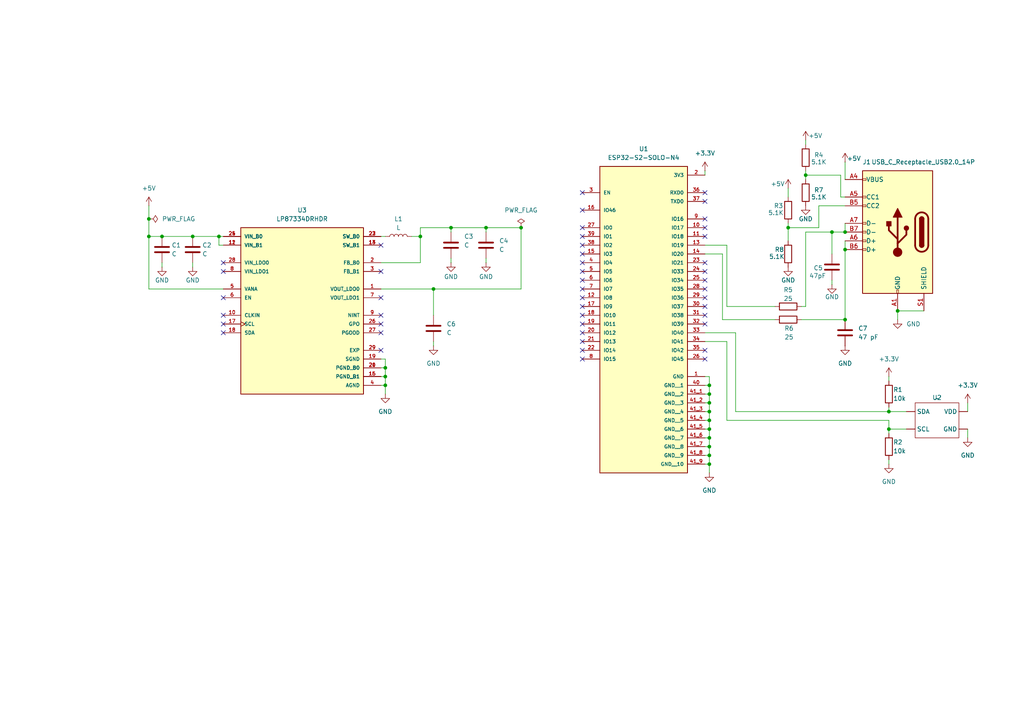
<source format=kicad_sch>
(kicad_sch (version 20231120) (generator "eeschema") (generator_version "8.0")
  (paper "A4")
  (lib_symbols
    (symbol "Connector:USB_C_Receptacle_USB2.0_14P" (pin_names (offset 1.016))
      (property "Reference" "J" (at 0 22.225 0))
      (property "Value" "USB_C_Receptacle_USB2.0_14P" (at 0 19.685 0))
      (symbol "USB_C_Receptacle_USB2.0_14P_0_0"
        (rectangle (start -0.254 -17.78) (end 0.254 -16.764))
        (rectangle (start 10.16 -4.826) (end 9.144 -5.334))
        (rectangle (start 10.16 -2.286) (end 9.144 -2.794))
        (rectangle (start 10.16 0.254) (end 9.144 -0.254))
        (rectangle (start 10.16 2.794) (end 9.144 2.286))
        (rectangle (start 10.16 7.874) (end 9.144 7.366))
        (rectangle (start 10.16 10.414) (end 9.144 9.906))
        (rectangle (start 10.16 15.494) (end 9.144 14.986))
      )
      (symbol "USB_C_Receptacle_USB2.0_14P_0_1"
        (rectangle (start -10.16 17.78) (end 10.16 -17.78) (stroke (width 0.254)) (fill (type background)))
        (arc (start -8.89 -3.81) (mid -6.985 -5.7067) (end -5.08 -3.81) (stroke (width 0.508)))
        (arc (start -7.62 -3.81) (mid -6.985 -4.4423) (end -6.35 -3.81) (stroke (width 0.254)))
        (arc (start -7.62 -3.81) (mid -6.985 -4.4423) (end -6.35 -3.81) (stroke (width 0.254)) (fill (type outline)))
        (rectangle (start -7.62 -3.81) (end -6.35 3.81) (stroke (width 0.254)) (fill (type outline)))
        (arc (start -6.35 3.81) (mid -6.985 4.4423) (end -7.62 3.81) (stroke (width 0.254)))
        (arc (start -6.35 3.81) (mid -6.985 4.4423) (end -7.62 3.81) (stroke (width 0.254)) (fill (type outline)))
        (arc (start -5.08 3.81) (mid -6.985 5.7067) (end -8.89 3.81) (stroke (width 0.508)))
        (circle (center -2.54 1.143) (radius 0.635) (stroke (width 0.254)) (fill (type outline)))
        (circle (center 0 -5.842) (radius 1.27) (fill (type outline)))
        (polyline (pts (xy -8.89 -3.81) (xy -8.89 3.81)) (stroke (width 0.508)))
        (polyline (pts (xy -5.08 3.81) (xy -5.08 -3.81)) (stroke (width 0.508)))
        (polyline (pts (xy 0 -5.842) (xy 0 4.318)) (stroke (width 0.508)))
        (polyline (pts (xy 0 -3.302) (xy -2.54 -0.762) (xy -2.54 0.508)) (stroke (width 0.508)))
        (polyline (pts (xy 0 -2.032) (xy 2.54 0.508) (xy 2.54 1.778)) (stroke (width 0.508)))
        (polyline (pts (xy -1.27 4.318) (xy 0 6.858) (xy 1.27 4.318) (xy -1.27 4.318)) (stroke (width 0.254)) (fill (type outline)))
        (rectangle (start 1.905 1.778) (end 3.175 3.048) (stroke (width 0.254)) (fill (type outline)))
      )
      (symbol "USB_C_Receptacle_USB2.0_14P_1_1"
        (pin passive line (at 0 -22.86 90) (length 5.08) (name "GND") (number "A1"))
        (pin passive line (at 0 -22.86 90) (length 5.08) hide (name "GND") (number "A12"))
        (pin passive line (at 15.24 15.24 180) (length 5.08) (name "VBUS") (number "A4"))
        (pin bidirectional line (at 15.24 10.16 180) (length 5.08) (name "CC1") (number "A5"))
        (pin bidirectional line (at 15.24 -2.54 180) (length 5.08) (name "D+") (number "A6"))
        (pin bidirectional line (at 15.24 2.54 180) (length 5.08) (name "D-") (number "A7"))
        (pin passive line (at 15.24 15.24 180) (length 5.08) hide (name "VBUS") (number "A9"))
        (pin passive line (at 0 -22.86 90) (length 5.08) hide (name "GND") (number "B1"))
        (pin passive line (at 0 -22.86 90) (length 5.08) hide (name "GND") (number "B12"))
        (pin passive line (at 15.24 15.24 180) (length 5.08) hide (name "VBUS") (number "B4"))
        (pin bidirectional line (at 15.24 7.62 180) (length 5.08) (name "CC2") (number "B5"))
        (pin bidirectional line (at 15.24 -5.08 180) (length 5.08) (name "D+") (number "B6"))
        (pin bidirectional line (at 15.24 0 180) (length 5.08) (name "D-") (number "B7"))
        (pin passive line (at 15.24 15.24 180) (length 5.08) hide (name "VBUS") (number "B9"))
        (pin passive line (at -7.62 -22.86 90) (length 5.08) (name "SHIELD") (number "S1"))
      )
    )
    (symbol "Device:C" (pin_numbers hide) (pin_names (offset 0.254))
      (property "Reference" "C" (at 0.635 2.54 0))
      (property "Value" "C" (at 0.635 -2.54 0))
      (symbol "C_0_1"
        (polyline (pts (xy -2.032 -0.762) (xy 2.032 -0.762)) (stroke (width 0.508)))
        (polyline (pts (xy -2.032 0.762) (xy 2.032 0.762)) (stroke (width 0.508)))
      )
      (symbol "C_1_1"
        (pin passive line (at 0 3.81 270) (length 2.794) (name "~") (number "1"))
        (pin passive line (at 0 -3.81 90) (length 2.794) (name "~") (number "2"))
      )
    )
    (symbol "Device:L" (pin_numbers hide) (pin_names (offset 1.016) hide)
      (property "Reference" "L" (at -1.27 0 90))
      (property "Value" "L" (at 1.905 0 90))
      (symbol "L_0_1"
        (arc (start 0 -2.54) (mid 0.6323 -1.905) (end 0 -1.27))
        (arc (start 0 -1.27) (mid 0.6323 -0.635) (end 0 0))
        (arc (start 0 0) (mid 0.6323 0.635) (end 0 1.27))
        (arc (start 0 1.27) (mid 0.6323 1.905) (end 0 2.54))
      )
      (symbol "L_1_1"
        (pin passive line (at 0 3.81 270) (length 1.27) (name "1") (number "1"))
        (pin passive line (at 0 -3.81 90) (length 1.27) (name "2") (number "2"))
      )
    )
    (symbol "Device:R" (pin_numbers hide) (pin_names (offset 0))
      (property "Reference" "R" (at 2.032 0 90))
      (property "Value" "R" (at 0 0 90))
      (symbol "R_0_1"
        (rectangle (start -1.016 -2.54) (end 1.016 2.54) (stroke (width 0.254)))
      )
      (symbol "R_1_1"
        (pin passive line (at 0 3.81 270) (length 1.27) (name "~") (number "1"))
        (pin passive line (at 0 -3.81 90) (length 1.27) (name "~") (number "2"))
      )
    )
    (symbol "ESP32-S2-SOLO-N4:ESP32-S2-SOLO-N4" (pin_names (offset 1.016))
      (property "Reference" "U" (at -12.7 33.782 0))
      (property "Value" "ESP32-S2-SOLO-N4" (at -12.7 -58.42 0))
      (symbol "ESP32-S2-SOLO-N4_0_0"
        (rectangle (start -12.7 -55.88) (end 12.7 33.02) (stroke (width 0.254)) (fill (type background)))
        (pin power_in line (at 17.78 -27.94 180) (length 5.08) (name "GND") (number "1"))
        (pin bidirectional line (at 17.78 15.24 180) (length 5.08) (name "IO17") (number "10"))
        (pin bidirectional line (at 17.78 12.7 180) (length 5.08) (name "IO18") (number "11"))
        (pin bidirectional line (at -17.78 -5.08 0) (length 5.08) (name "IO8") (number "12"))
        (pin bidirectional line (at 17.78 10.16 180) (length 5.08) (name "IO19") (number "13"))
        (pin bidirectional line (at 17.78 7.62 180) (length 5.08) (name "IO20") (number "14"))
        (pin bidirectional line (at -17.78 7.62 0) (length 5.08) (name "IO3") (number "15"))
        (pin input line (at -17.78 20.32 0) (length 5.08) (name "IO46") (number "16"))
        (pin bidirectional line (at -17.78 -7.62 0) (length 5.08) (name "IO9") (number "17"))
        (pin bidirectional line (at -17.78 -10.16 0) (length 5.08) (name "IO10") (number "18"))
        (pin bidirectional line (at -17.78 -12.7 0) (length 5.08) (name "IO11") (number "19"))
        (pin power_in line (at 17.78 30.48 180) (length 5.08) (name "3V3") (number "2"))
        (pin bidirectional line (at -17.78 -15.24 0) (length 5.08) (name "IO12") (number "20"))
        (pin bidirectional line (at -17.78 -17.78 0) (length 5.08) (name "IO13") (number "21"))
        (pin bidirectional line (at -17.78 -20.32 0) (length 5.08) (name "IO14") (number "22"))
        (pin bidirectional line (at 17.78 5.08 180) (length 5.08) (name "IO21") (number "23"))
        (pin bidirectional line (at 17.78 2.54 180) (length 5.08) (name "IO33") (number "24"))
        (pin bidirectional line (at 17.78 0 180) (length 5.08) (name "IO34") (number "25"))
        (pin bidirectional line (at 17.78 -22.86 180) (length 5.08) (name "IO45") (number "26"))
        (pin bidirectional line (at -17.78 15.24 0) (length 5.08) (name "IO0") (number "27"))
        (pin bidirectional line (at 17.78 -2.54 180) (length 5.08) (name "IO35") (number "28"))
        (pin bidirectional line (at 17.78 -5.08 180) (length 5.08) (name "IO36") (number "29"))
        (pin input line (at -17.78 25.4 0) (length 5.08) (name "EN") (number "3"))
        (pin bidirectional line (at 17.78 -7.62 180) (length 5.08) (name "IO37") (number "30"))
        (pin bidirectional line (at 17.78 -10.16 180) (length 5.08) (name "IO38") (number "31"))
        (pin bidirectional line (at 17.78 -12.7 180) (length 5.08) (name "IO39") (number "32"))
        (pin bidirectional line (at 17.78 -15.24 180) (length 5.08) (name "IO40") (number "33"))
        (pin bidirectional line (at 17.78 -17.78 180) (length 5.08) (name "IO41") (number "34"))
        (pin bidirectional line (at 17.78 -20.32 180) (length 5.08) (name "IO42") (number "35"))
        (pin bidirectional line (at 17.78 25.4 180) (length 5.08) (name "RXD0") (number "36"))
        (pin bidirectional line (at 17.78 22.86 180) (length 5.08) (name "TXD0") (number "37"))
        (pin bidirectional line (at -17.78 10.16 0) (length 5.08) (name "IO2") (number "38"))
        (pin bidirectional line (at -17.78 12.7 0) (length 5.08) (name "IO1") (number "39"))
        (pin bidirectional line (at -17.78 5.08 0) (length 5.08) (name "IO4") (number "4"))
        (pin power_in line (at 17.78 -30.48 180) (length 5.08) (name "GND__1") (number "40"))
        (pin power_in line (at 17.78 -33.02 180) (length 5.08) (name "GND__2") (number "41_1"))
        (pin power_in line (at 17.78 -35.56 180) (length 5.08) (name "GND__3") (number "41_2"))
        (pin power_in line (at 17.78 -38.1 180) (length 5.08) (name "GND__4") (number "41_3"))
        (pin power_in line (at 17.78 -40.64 180) (length 5.08) (name "GND__5") (number "41_4"))
        (pin power_in line (at 17.78 -43.18 180) (length 5.08) (name "GND__6") (number "41_5"))
        (pin power_in line (at 17.78 -45.72 180) (length 5.08) (name "GND__7") (number "41_6"))
        (pin power_in line (at 17.78 -48.26 180) (length 5.08) (name "GND__8") (number "41_7"))
        (pin power_in line (at 17.78 -50.8 180) (length 5.08) (name "GND__9") (number "41_8"))
        (pin power_in line (at 17.78 -53.34 180) (length 5.08) (name "GND__10") (number "41_9"))
        (pin bidirectional line (at -17.78 2.54 0) (length 5.08) (name "IO5") (number "5"))
        (pin bidirectional line (at -17.78 0 0) (length 5.08) (name "IO6") (number "6"))
        (pin bidirectional line (at -17.78 -2.54 0) (length 5.08) (name "IO7") (number "7"))
        (pin bidirectional line (at -17.78 -22.86 0) (length 5.08) (name "IO15") (number "8"))
        (pin bidirectional line (at 17.78 17.78 180) (length 5.08) (name "IO16") (number "9"))
      )
    )
    (symbol "LP87334DRHDR:LP87334DRHDR" (pin_names (offset 1.016))
      (property "Reference" "U" (at -17.78 23.622 0))
      (property "Value" "LP87334DRHDR" (at -17.78 -27.94 0))
      (symbol "LP87334DRHDR_0_0"
        (rectangle (start -17.78 -25.4) (end 17.78 22.86) (stroke (width 0.254)) (fill (type background)))
        (pin output line (at 22.86 5.08 180) (length 5.08) (name "VOUT_LDO0") (number "1"))
        (pin input line (at -22.86 -2.54 0) (length 5.08) (name "CLKIN") (number "10"))
        (pin input line (at -22.86 17.78 0) (length 5.08) (name "VIN_B1") (number "11"))
        (pin input line (at -22.86 17.78 0) (length 5.08) (name "VIN_B1") (number "12"))
        (pin output line (at 22.86 17.78 180) (length 5.08) (name "SW_B1") (number "13"))
        (pin output line (at 22.86 17.78 180) (length 5.08) (name "SW_B1") (number "14"))
        (pin power_in line (at 22.86 -20.32 180) (length 5.08) (name "PGND_B1") (number "15"))
        (pin power_in line (at 22.86 -20.32 180) (length 5.08) (name "PGND_B1") (number "16"))
        (pin input clock (at -22.86 -5.08 0) (length 5.08) (name "SCL") (number "17"))
        (pin bidirectional line (at -22.86 -7.62 0) (length 5.08) (name "SDA") (number "18"))
        (pin power_in line (at 22.86 -15.24 180) (length 5.08) (name "SGND") (number "19"))
        (pin input line (at 22.86 12.7 180) (length 5.08) (name "FB_B0") (number "2"))
        (pin power_in line (at 22.86 -17.78 180) (length 5.08) (name "PGND_B0") (number "20"))
        (pin power_in line (at 22.86 -17.78 180) (length 5.08) (name "PGND_B0") (number "21"))
        (pin output line (at 22.86 20.32 180) (length 5.08) (name "SW_B0") (number "22"))
        (pin output line (at 22.86 20.32 180) (length 5.08) (name "SW_B0") (number "23"))
        (pin input line (at -22.86 20.32 0) (length 5.08) (name "VIN_B0") (number "24"))
        (pin input line (at -22.86 20.32 0) (length 5.08) (name "VIN_B0") (number "25"))
        (pin output line (at 22.86 -5.08 180) (length 5.08) (name "GPO") (number "26"))
        (pin output line (at 22.86 -7.62 180) (length 5.08) (name "PGOOD") (number "27"))
        (pin input line (at -22.86 12.7 0) (length 5.08) (name "VIN_LDO0") (number "28"))
        (pin power_in line (at 22.86 -12.7 180) (length 5.08) (name "EXP") (number "29"))
        (pin input line (at 22.86 10.16 180) (length 5.08) (name "FB_B1") (number "3"))
        (pin power_in line (at 22.86 -22.86 180) (length 5.08) (name "AGND") (number "4"))
        (pin input line (at -22.86 5.08 0) (length 5.08) (name "VANA") (number "5"))
        (pin input line (at -22.86 2.54 0) (length 5.08) (name "EN") (number "6"))
        (pin output line (at 22.86 2.54 180) (length 5.08) (name "VOUT_LDO1") (number "7"))
        (pin input line (at -22.86 10.16 0) (length 5.08) (name "VIN_LDO1") (number "8"))
        (pin output line (at 22.86 -2.54 180) (length 5.08) (name "NINT") (number "9"))
      )
    )
    (symbol "New_Library:AM2320"
      (property "Reference" "U" (at 0 0 0))
      (symbol "AM2320_0_1"
        (rectangle (start -6.35 5.08) (end 6.35 -5.08))
      )
      (symbol "AM2320_1_1"
        (pin power_in line (at 8.89 -2.54 180) (length 2.54) (name "GND") (number ""))
        (pin input line (at -8.89 -2.54 0) (length 2.54) (name "SCL") (number ""))
        (pin input line (at -8.89 2.54 0) (length 2.54) (name "SDA") (number ""))
        (pin power_in line (at 8.89 2.54 180) (length 2.54) (name "VDD") (number ""))
      )
    )
    (symbol "power:+3.3V" (power) (pin_numbers hide) (pin_names (offset 0) hide)
      (property "Value" "+3.3V" (at 0 3.556 0))
      (symbol "+3.3V_0_1"
        (polyline (pts (xy -0.762 1.27) (xy 0 2.54)))
        (polyline (pts (xy 0 0) (xy 0 2.54)))
        (polyline (pts (xy 0 2.54) (xy 0.762 1.27)))
      )
      (symbol "+3.3V_1_1"
        (pin power_in line (at 0 0 90) (length 0) (name "~") (number "1"))
      )
    )
    (symbol "power:+5V" (power) (pin_numbers hide) (pin_names (offset 0) hide)
      (property "Value" "+5V" (at 0 3.556 0))
      (symbol "+5V_0_1"
        (polyline (pts (xy -0.762 1.27) (xy 0 2.54)))
        (polyline (pts (xy 0 0) (xy 0 2.54)))
        (polyline (pts (xy 0 2.54) (xy 0.762 1.27)))
      )
      (symbol "+5V_1_1"
        (pin power_in line (at 0 0 90) (length 0) (name "~") (number "1"))
      )
    )
    (symbol "power:GND" (power) (pin_numbers hide) (pin_names (offset 0) hide)
      (property "Value" "GND" (at 0 -3.81 0))
      (symbol "GND_0_1"
        (polyline (pts (xy 0 0) (xy 0 -1.27) (xy 1.27 -1.27) (xy 0 -2.54) (xy -1.27 -1.27) (xy 0 -1.27)))
      )
      (symbol "GND_1_1"
        (pin power_in line (at 0 0 270) (length 0) (name "~") (number "1"))
      )
    )
    (symbol "power:PWR_FLAG" (power) (pin_numbers hide) (pin_names (offset 0) hide)
      (property "Value" "PWR_FLAG" (at 0 3.81 0))
      (symbol "PWR_FLAG_0_0"
        (pin power_out line (at 0 0 90) (length 0) (name "~") (number "1"))
      )
      (symbol "PWR_FLAG_0_1"
        (polyline (pts (xy 0 0) (xy 0 1.27) (xy -1.016 1.905) (xy 0 2.54) (xy 1.016 1.905) (xy 0 1.27)))
      )
    )
  )
  (junction (at 63.5 68.58))
  (junction (at 205.74 111.76))
  (junction (at 257.81 119.38))
  (junction (at 245.11 67.31))
  (junction (at 46.99 68.58))
  (junction (at 241.3 67.31))
  (junction (at 43.18 68.58))
  (junction (at 121.92 68.58))
  (junction (at 205.74 124.46))
  (junction (at 151.13 66.04))
  (junction (at 125.73 83.82))
  (junction (at 205.74 119.38))
  (junction (at 43.18 63.5))
  (junction (at 205.74 116.84))
  (junction (at 260.35 90.17))
  (junction (at 228.6 66.04))
  (junction (at 55.88 68.58))
  (junction (at 205.74 134.62))
  (junction (at 245.11 72.39))
  (junction (at 257.81 124.46))
  (junction (at 111.76 106.68))
  (junction (at 140.97 66.04))
  (junction (at 245.11 92.71))
  (junction (at 111.76 111.76))
  (junction (at 205.74 127))
  (junction (at 111.76 109.22))
  (junction (at 233.68 50.8))
  (junction (at 205.74 121.92))
  (junction (at 205.74 132.08))
  (junction (at 130.81 66.04))
  (junction (at 205.74 129.54))
  (junction (at 205.74 114.3))
  (no_connect (at 204.47 78.74))
  (no_connect (at 168.91 91.44))
  (no_connect (at 110.49 91.44))
  (no_connect (at 204.47 63.5))
  (no_connect (at 168.91 81.28))
  (no_connect (at 204.47 88.9))
  (no_connect (at 204.47 83.82))
  (no_connect (at 64.77 93.98))
  (no_connect (at 204.47 55.88))
  (no_connect (at 168.91 96.52))
  (no_connect (at 168.91 99.06))
  (no_connect (at 110.49 93.98))
  (no_connect (at 204.47 68.58))
  (no_connect (at 168.91 71.12))
  (no_connect (at 110.49 101.6))
  (no_connect (at 168.91 60.96))
  (no_connect (at 110.49 96.52))
  (no_connect (at 168.91 104.14))
  (no_connect (at 168.91 68.58))
  (no_connect (at 168.91 101.6))
  (no_connect (at 110.49 86.36))
  (no_connect (at 168.91 86.36))
  (no_connect (at 204.47 91.44))
  (no_connect (at 168.91 88.9))
  (no_connect (at 64.77 91.44))
  (no_connect (at 64.77 86.36))
  (no_connect (at 64.77 78.74))
  (no_connect (at 204.47 93.98))
  (no_connect (at 110.49 78.74))
  (no_connect (at 168.91 66.04))
  (no_connect (at 204.47 58.42))
  (no_connect (at 168.91 76.2))
  (no_connect (at 204.47 81.28))
  (no_connect (at 204.47 76.2))
  (no_connect (at 204.47 86.36))
  (no_connect (at 110.49 71.12))
  (no_connect (at 64.77 96.52))
  (no_connect (at 64.77 76.2))
  (no_connect (at 204.47 101.6))
  (no_connect (at 168.91 93.98))
  (no_connect (at 168.91 83.82))
  (no_connect (at 168.91 55.88))
  (no_connect (at 168.91 78.74))
  (no_connect (at 204.47 66.04))
  (no_connect (at 168.91 73.66))
  (no_connect (at 204.47 104.14))
  (wire (pts (xy 233.68 49.53) (xy 233.68 50.8)))
  (wire (pts (xy 46.99 68.58) (xy 55.88 68.58)))
  (wire (pts (xy 130.81 74.93) (xy 130.81 76.2)))
  (wire (pts (xy 228.6 64.77) (xy 228.6 66.04)))
  (wire (pts (xy 257.81 133.35) (xy 257.81 134.62)))
  (wire (pts (xy 140.97 66.04) (xy 140.97 67.31)))
  (wire (pts (xy 205.74 121.92) (xy 204.47 121.92)))
  (wire (pts (xy 205.74 109.22) (xy 205.74 111.76)))
  (wire (pts (xy 224.79 92.71) (xy 209.55 92.71)))
  (wire (pts (xy 245.11 46.99) (xy 245.11 52.07)))
  (wire (pts (xy 209.55 92.71) (xy 209.55 73.66)))
  (wire (pts (xy 111.76 68.58) (xy 110.49 68.58)))
  (wire (pts (xy 233.68 88.9) (xy 232.41 88.9)))
  (wire (pts (xy 125.73 83.82) (xy 125.73 91.44)))
  (wire (pts (xy 243.84 50.8) (xy 243.84 57.15)))
  (wire (pts (xy 245.11 67.31) (xy 241.3 67.31)))
  (wire (pts (xy 257.81 109.22) (xy 257.81 110.49)))
  (wire (pts (xy 228.6 66.04) (xy 237.49 66.04)))
  (wire (pts (xy 46.99 76.2) (xy 46.99 77.47)))
  (wire (pts (xy 260.35 90.17) (xy 260.35 92.71)))
  (wire (pts (xy 232.41 92.71) (xy 245.11 92.71)))
  (wire (pts (xy 209.55 73.66) (xy 204.47 73.66)))
  (wire (pts (xy 205.74 132.08) (xy 205.74 134.62)))
  (wire (pts (xy 257.81 121.92) (xy 257.81 124.46)))
  (wire (pts (xy 210.82 121.92) (xy 210.82 99.06)))
  (wire (pts (xy 205.74 111.76) (xy 205.74 114.3)))
  (wire (pts (xy 243.84 57.15) (xy 245.11 57.15)))
  (wire (pts (xy 205.74 127) (xy 205.74 129.54)))
  (wire (pts (xy 205.74 124.46) (xy 204.47 124.46)))
  (wire (pts (xy 204.47 109.22) (xy 205.74 109.22)))
  (wire (pts (xy 241.3 81.28) (xy 241.3 82.55)))
  (wire (pts (xy 140.97 74.93) (xy 140.97 76.2)))
  (wire (pts (xy 43.18 83.82) (xy 64.77 83.82)))
  (wire (pts (xy 280.67 124.46) (xy 280.67 127)))
  (wire (pts (xy 262.89 124.46) (xy 257.81 124.46)))
  (wire (pts (xy 43.18 68.58) (xy 43.18 83.82)))
  (wire (pts (xy 257.81 124.46) (xy 257.81 125.73)))
  (wire (pts (xy 110.49 109.22) (xy 111.76 109.22)))
  (wire (pts (xy 111.76 109.22) (xy 111.76 111.76)))
  (wire (pts (xy 55.88 68.58) (xy 63.5 68.58)))
  (wire (pts (xy 205.74 119.38) (xy 204.47 119.38)))
  (wire (pts (xy 130.81 66.04) (xy 140.97 66.04)))
  (wire (pts (xy 204.47 99.06) (xy 210.82 99.06)))
  (wire (pts (xy 151.13 83.82) (xy 151.13 66.04)))
  (wire (pts (xy 205.74 124.46) (xy 205.74 127)))
  (wire (pts (xy 110.49 83.82) (xy 125.73 83.82)))
  (wire (pts (xy 63.5 71.12) (xy 63.5 68.58)))
  (wire (pts (xy 43.18 68.58) (xy 46.99 68.58)))
  (wire (pts (xy 233.68 40.64) (xy 233.68 41.91)))
  (wire (pts (xy 224.79 88.9) (xy 210.82 88.9)))
  (wire (pts (xy 241.3 67.31) (xy 241.3 73.66)))
  (wire (pts (xy 228.6 54.61) (xy 228.6 57.15)))
  (wire (pts (xy 205.74 114.3) (xy 205.74 116.84)))
  (wire (pts (xy 205.74 127) (xy 204.47 127)))
  (wire (pts (xy 205.74 111.76) (xy 204.47 111.76)))
  (wire (pts (xy 280.67 116.84) (xy 280.67 119.38)))
  (wire (pts (xy 204.47 49.53) (xy 204.47 50.8)))
  (wire (pts (xy 257.81 121.92) (xy 210.82 121.92)))
  (wire (pts (xy 64.77 71.12) (xy 63.5 71.12)))
  (wire (pts (xy 43.18 59.69) (xy 43.18 63.5)))
  (wire (pts (xy 204.47 96.52) (xy 213.36 96.52)))
  (wire (pts (xy 204.47 71.12) (xy 210.82 71.12)))
  (wire (pts (xy 205.74 134.62) (xy 204.47 134.62)))
  (wire (pts (xy 63.5 68.58) (xy 64.77 68.58)))
  (wire (pts (xy 205.74 134.62) (xy 205.74 137.16)))
  (wire (pts (xy 245.11 69.85) (xy 245.11 72.39)))
  (wire (pts (xy 237.49 66.04) (xy 237.49 59.69)))
  (wire (pts (xy 125.73 99.06) (xy 125.73 100.33)))
  (wire (pts (xy 111.76 106.68) (xy 111.76 109.22)))
  (wire (pts (xy 110.49 76.2) (xy 121.92 76.2)))
  (wire (pts (xy 43.18 63.5) (xy 43.18 68.58)))
  (wire (pts (xy 257.81 119.38) (xy 213.36 119.38)))
  (wire (pts (xy 140.97 66.04) (xy 151.13 66.04)))
  (wire (pts (xy 241.3 67.31) (xy 233.68 67.31)))
  (wire (pts (xy 110.49 104.14) (xy 111.76 104.14)))
  (wire (pts (xy 121.92 66.04) (xy 130.81 66.04)))
  (wire (pts (xy 205.74 116.84) (xy 205.74 119.38)))
  (wire (pts (xy 121.92 68.58) (xy 121.92 66.04)))
  (wire (pts (xy 228.6 66.04) (xy 228.6 69.85)))
  (wire (pts (xy 205.74 121.92) (xy 205.74 124.46)))
  (wire (pts (xy 233.68 67.31) (xy 233.68 88.9)))
  (wire (pts (xy 55.88 76.2) (xy 55.88 77.47)))
  (wire (pts (xy 210.82 88.9) (xy 210.82 71.12)))
  (wire (pts (xy 257.81 119.38) (xy 262.89 119.38)))
  (wire (pts (xy 111.76 111.76) (xy 111.76 114.3)))
  (wire (pts (xy 205.74 129.54) (xy 204.47 129.54)))
  (wire (pts (xy 245.11 72.39) (xy 245.11 92.71)))
  (wire (pts (xy 233.68 50.8) (xy 243.84 50.8)))
  (wire (pts (xy 110.49 106.68) (xy 111.76 106.68)))
  (wire (pts (xy 205.74 132.08) (xy 204.47 132.08)))
  (wire (pts (xy 125.73 83.82) (xy 151.13 83.82)))
  (wire (pts (xy 257.81 118.11) (xy 257.81 119.38)))
  (wire (pts (xy 205.74 116.84) (xy 204.47 116.84)))
  (wire (pts (xy 121.92 76.2) (xy 121.92 68.58)))
  (wire (pts (xy 233.68 50.8) (xy 233.68 52.07)))
  (wire (pts (xy 237.49 59.69) (xy 245.11 59.69)))
  (wire (pts (xy 130.81 66.04) (xy 130.81 67.31)))
  (wire (pts (xy 110.49 111.76) (xy 111.76 111.76)))
  (wire (pts (xy 205.74 114.3) (xy 204.47 114.3)))
  (wire (pts (xy 205.74 129.54) (xy 205.74 132.08)))
  (wire (pts (xy 245.11 64.77) (xy 245.11 67.31)))
  (wire (pts (xy 119.38 68.58) (xy 121.92 68.58)))
  (wire (pts (xy 205.74 119.38) (xy 205.74 121.92)))
  (wire (pts (xy 213.36 119.38) (xy 213.36 96.52)))
  (wire (pts (xy 111.76 104.14) (xy 111.76 106.68)))
  (wire (pts (xy 260.35 90.17) (xy 267.97 90.17)))
  (symbol (lib_id "Device:C") (at 125.73 95.25 0) (unit 1)
    (property "Reference" "C6" (at 129.54 93.9799 0) (effects (justify left)))
    (property "Value" "C" (at 129.54 96.5199 0) (effects (justify left)))
    (property "Description" "Unpolarized capacitor" (effects (hide yes)))
  )
  (symbol (lib_id "power:GND") (at 260.35 92.71 0) (unit 1)
    (property "Reference" "#PWR015" (effects (hide yes)))
    (property "Value" "GND" (at 262.89 93.9799 0) (effects (justify left)))
    (property "Description" "Power symbol creates a global label with name \"GND\" , ground" (effects (hide yes)))
  )
  (symbol (lib_id "power:+5V") (at 233.68 40.64 0) (unit 1)
    (property "Reference" "#PWR016" (effects (hide yes)))
    (property "Value" "+5V" (at 234.442 39.37 0) (effects (justify left)))
    (property "Description" "Power symbol creates a global label with name \"+5V\"" (effects (hide yes)))
  )
  (symbol (lib_id "power:GND") (at 228.6 77.47 0) (unit 1)
    (property "Reference" "#PWR021" (effects (hide yes)))
    (property "Value" "GND" (at 228.6 81.28 0))
    (property "Description" "Power symbol creates a global label with name \"GND\" , ground" (effects (hide yes)))
  )
  (symbol (lib_id "power:GND") (at 130.81 76.2 0) (unit 1)
    (property "Reference" "#PWR010" (effects (hide yes)))
    (property "Value" "GND" (at 130.81 80.264 0))
    (property "Description" "Power symbol creates a global label with name \"GND\" , ground" (effects (hide yes)))
  )
  (symbol (lib_id "Device:R") (at 228.6 92.71 90) (unit 1)
    (property "Reference" "R6" (at 228.854 95.25 90))
    (property "Value" "25" (at 228.854 97.79 90))
    (property "Description" "Resistor" (effects (hide yes)))
  )
  (symbol (lib_id "power:+5V") (at 245.11 46.99 0) (unit 1)
    (property "Reference" "#PWR013" (effects (hide yes)))
    (property "Value" "+5V" (at 245.618 45.974 0) (effects (justify left)))
    (property "Description" "Power symbol creates a global label with name \"+5V\"" (effects (hide yes)))
  )
  (symbol (lib_id "Connector:USB_C_Receptacle_USB2.0_14P") (at 260.35 67.31 0) (mirror y) (unit 1)
    (property "Reference" "J1" (at 250.19 46.9901 0) (effects (justify right)))
    (property "Value" "USB_C_Receptacle_USB2.0_14P" (at 252.73 46.99 0) (effects (justify right)))
    (property "Datasheet" "https://www.usb.org/sites/default/files/documents/usb_type-c.zip" (effects (hide yes)))
    (property "Description" "USB 2.0-only 14P Type-C Receptacle connector" (effects (hide yes)))
  )
  (symbol (lib_id "Device:C") (at 140.97 71.12 0) (unit 1)
    (property "Reference" "C4" (at 144.78 69.8499 0) (effects (justify left)))
    (property "Value" "C" (at 144.78 72.3899 0) (effects (justify left)))
    (property "Description" "Unpolarized capacitor" (effects (hide yes)))
  )
  (symbol (lib_id "power:GND") (at 205.74 137.16 0) (unit 1)
    (property "Reference" "#PWR06" (effects (hide yes)))
    (property "Value" "GND" (at 205.74 142.24 0))
    (property "Description" "Power symbol creates a global label with name \"GND\" , ground" (effects (hide yes)))
  )
  (symbol (lib_id "power:PWR_FLAG") (at 151.13 66.04 0) (unit 1)
    (property "Reference" "#FLG01" (effects (hide yes)))
    (property "Value" "PWR_FLAG" (at 151.13 60.96 0))
    (property "Description" "Special symbol for telling ERC where power comes from" (effects (hide yes)))
  )
  (symbol (lib_id "power:GND") (at 257.81 134.62 0) (unit 1)
    (property "Reference" "#PWR05" (effects (hide yes)))
    (property "Value" "GND" (at 257.81 139.7 0))
    (property "Description" "Power symbol creates a global label with name \"GND\" , ground" (effects (hide yes)))
  )
  (symbol (lib_id "Device:R") (at 257.81 129.54 0) (unit 1)
    (property "Reference" "R2" (at 259.08 128.27 0) (effects (justify left)))
    (property "Value" "10k" (at 259.08 130.81 0) (effects (justify left)))
    (property "Description" "Resistor" (effects (hide yes)))
  )
  (symbol (lib_id "power:GND") (at 280.67 127 0) (unit 1)
    (property "Reference" "#PWR02" (effects (hide yes)))
    (property "Value" "GND" (at 280.67 132.08 0))
    (property "Description" "Power symbol creates a global label with name \"GND\" , ground" (effects (hide yes)))
  )
  (symbol (lib_id "Device:C") (at 46.99 72.39 0) (unit 1)
    (property "Reference" "C1" (at 49.784 71.12 0) (effects (justify left)))
    (property "Value" "C" (at 49.784 73.66 0) (effects (justify left)))
    (property "Description" "Unpolarized capacitor" (effects (hide yes)))
  )
  (symbol (lib_id "power:PWR_FLAG") (at 43.18 63.5 270) (unit 1)
    (property "Reference" "#FLG02" (effects (hide yes)))
    (property "Value" "PWR_FLAG" (at 46.99 63.4999 90) (effects (justify left)))
    (property "Description" "Special symbol for telling ERC where power comes from" (effects (hide yes)))
  )
  (symbol (lib_id "Device:L") (at 115.57 68.58 90) (unit 1)
    (property "Reference" "L1" (at 115.57 63.5 90))
    (property "Value" "L" (at 115.57 66.04 90))
    (property "Description" "Inductor" (effects (hide yes)))
  )
  (symbol (lib_id "LP87334DRHDR:LP87334DRHDR") (at 87.63 88.9 0) (unit 1)
    (property "Reference" "U3" (at 87.63 60.96 0))
    (property "Value" "LP87334DRHDR" (at 87.63 63.5 0))
    (property "Footprint" "LP87334DRHDR:QFN50P500X500X100-29N" (effects (hide yes)))
    (property "MF" "Texas Instruments" (effects (hide yes)))
    (property "MAXIMUM_PACKAGE_HEIGHT" "1.00mm" (effects (hide yes)))
    (property "Package" "None" (effects (hide yes)))
    (property "Price" "None" (effects (hide yes)))
    (property "Check_prices" "https://www.snapeda.com/parts/LP87334DRHDR/Texas+Instruments/view-part/?ref=eda" (effects (hide yes)))
    (property "STANDARD" "IPC7351B" (effects (hide yes)))
    (property "PARTREV" "JUNE 2021" (effects (hide yes)))
    (property "SnapEDA_Link" "https://www.snapeda.com/parts/LP87334DRHDR/Texas+Instruments/view-part/?ref=snap" (effects (hide yes)))
    (property "MP" "LP87334DRHDR" (effects (hide yes)))
    (property "Description_1" "\n                        \n                            Dual high-current buck converters and dual linear regulators\n                        \n" (effects (hide yes)))
    (property "Availability" "In Stock" (effects (hide yes)))
    (property "MANUFACTURER" "Texas Instruments" (effects (hide yes)))
  )
  (symbol (lib_id "Device:R") (at 228.6 73.66 180) (unit 1)
    (property "Reference" "R8" (at 226.06 72.39 0))
    (property "Value" "5.1K" (at 225.298 74.422 0))
    (property "Description" "Resistor" (effects (hide yes)))
  )
  (symbol (lib_id "power:GND") (at 233.68 59.69 0) (unit 1)
    (property "Reference" "#PWR020" (effects (hide yes)))
    (property "Value" "GND" (at 233.68 63.5 0))
    (property "Description" "Power symbol creates a global label with name \"GND\" , ground" (effects (hide yes)))
  )
  (symbol (lib_id "power:GND") (at 241.3 82.55 0) (unit 1)
    (property "Reference" "#PWR019" (effects (hide yes)))
    (property "Value" "GND" (at 239.268 86.106 0) (effects (justify left)))
    (property "Description" "Power symbol creates a global label with name \"GND\" , ground" (effects (hide yes)))
  )
  (symbol (lib_id "Device:C") (at 55.88 72.39 0) (unit 1)
    (property "Reference" "C2" (at 58.674 71.12 0) (effects (justify left)))
    (property "Value" "C" (at 58.674 73.66 0) (effects (justify left)))
    (property "Description" "Unpolarized capacitor" (effects (hide yes)))
  )
  (symbol (lib_id "power:+3.3V") (at 257.81 109.22 0) (unit 1)
    (property "Reference" "#PWR03" (effects (hide yes)))
    (property "Value" "+3.3V" (at 257.81 104.14 0))
    (property "Description" "Power symbol creates a global label with name \"+3.3V\"" (effects (hide yes)))
  )
  (symbol (lib_id "Device:R") (at 228.6 88.9 270) (unit 1)
    (property "Reference" "R5" (at 228.6 84.074 90))
    (property "Value" "25" (at 228.6 86.614 90))
    (property "Description" "Resistor" (effects (hide yes)))
  )
  (symbol (lib_id "Device:C") (at 130.81 71.12 0) (unit 1)
    (property "Reference" "C3" (at 134.62 68.5799 0) (effects (justify left)))
    (property "Value" "C" (at 134.62 71.1199 0) (effects (justify left)))
    (property "Description" "Unpolarized capacitor" (effects (hide yes)))
  )
  (symbol (lib_id "Device:R") (at 257.81 114.3 0) (unit 1)
    (property "Reference" "R1" (at 259.08 113.03 0) (effects (justify left)))
    (property "Value" "10k" (at 259.08 115.57 0) (effects (justify left)))
    (property "Description" "Resistor" (effects (hide yes)))
  )
  (symbol (lib_id "power:GND") (at 140.97 76.2 0) (unit 1)
    (property "Reference" "#PWR012" (effects (hide yes)))
    (property "Value" "GND" (at 140.97 80.264 0))
    (property "Description" "Power symbol creates a global label with name \"GND\" , ground" (effects (hide yes)))
  )
  (symbol (lib_id "power:GND") (at 245.11 100.33 0) (unit 1)
    (property "Reference" "#PWR018" (effects (hide yes)))
    (property "Value" "GND" (at 245.11 105.41 0))
    (property "Description" "Power symbol creates a global label with name \"GND\" , ground" (effects (hide yes)))
  )
  (symbol (lib_id "New_Library:AM2320") (at 271.78 121.92 0) (unit 1)
    (property "Reference" "U2" (at 271.78 115.316 0))
    (property "Value" "~" (at 271.78 115.57 0))
  )
  (symbol (lib_id "power:+5V") (at 228.6 54.61 0) (unit 1)
    (property "Reference" "#PWR017" (effects (hide yes)))
    (property "Value" "+5V" (at 223.52 53.34 0) (effects (justify left)))
    (property "Description" "Power symbol creates a global label with name \"+5V\"" (effects (hide yes)))
  )
  (symbol (lib_id "Device:C") (at 241.3 77.47 0) (unit 1)
    (property "Reference" "C5" (at 235.966 77.724 0) (effects (justify left)))
    (property "Value" "47pF" (at 234.696 80.01 0) (effects (justify left)))
    (property "Description" "Unpolarized capacitor" (effects (hide yes)))
  )
  (symbol (lib_id "power:+3.3V") (at 280.67 116.84 0) (unit 1)
    (property "Reference" "#PWR01" (effects (hide yes)))
    (property "Value" "+3.3V" (at 280.67 111.76 0))
    (property "Description" "Power symbol creates a global label with name \"+3.3V\"" (effects (hide yes)))
  )
  (symbol (lib_id "power:+3.3V") (at 204.47 49.53 0) (unit 1)
    (property "Reference" "#PWR04" (effects (hide yes)))
    (property "Value" "+3.3V" (at 204.47 44.45 0))
    (property "Description" "Power symbol creates a global label with name \"+3.3V\"" (effects (hide yes)))
  )
  (symbol (lib_id "power:GND") (at 125.73 100.33 0) (unit 1)
    (property "Reference" "#PWR014" (effects (hide yes)))
    (property "Value" "GND" (at 125.73 105.41 0))
    (property "Description" "Power symbol creates a global label with name \"GND\" , ground" (effects (hide yes)))
  )
  (symbol (lib_id "ESP32-S2-SOLO-N4:ESP32-S2-SOLO-N4") (at 186.69 81.28 0) (unit 1)
    (property "Reference" "U1" (at 186.69 43.18 0))
    (property "Value" "ESP32-S2-SOLO-N4" (at 186.69 45.72 0))
    (property "Footprint" "ESP32-S2-SOLO-N4:XCVR_ESP32-S2-SOLO-N4" (effects (hide yes)))
    (property "PARTREV" "1.6" (effects (hide yes)))
    (property "STANDARD" "Manufacturer Recommendations" (effects (hide yes)))
    (property "MAXIMUM_PACKAGE_HEIGHT" "3.25 mm" (effects (hide yes)))
    (property "MANUFACTURER" "Espressif Systems" (effects (hide yes)))
  )
  (symbol (lib_id "power:GND") (at 46.99 77.47 0) (unit 1)
    (property "Reference" "#PWR08" (effects (hide yes)))
    (property "Value" "GND" (at 46.99 81.28 0))
    (property "Description" "Power symbol creates a global label with name \"GND\" , ground" (effects (hide yes)))
  )
  (symbol (lib_id "Device:C") (at 245.11 96.52 0) (unit 1)
    (property "Reference" "C7" (at 248.92 95.2499 0) (effects (justify left)))
    (property "Value" "47 pF" (at 248.92 97.7899 0) (effects (justify left)))
    (property "Description" "Unpolarized capacitor" (effects (hide yes)))
  )
  (symbol (lib_id "power:+3.3V") (at 43.18 59.69 0) (unit 1)
    (property "Reference" "#PWR07" (effects (hide yes)))
    (property "Value" "+5V" (at 43.18 54.61 0))
    (property "Description" "Power symbol creates a global label with name \"+3.3V\"" (effects (hide yes)))
  )
  (symbol (lib_id "Device:R") (at 228.6 60.96 0) (unit 1)
    (property "Reference" "R3" (at 225.806 59.69 0))
    (property "Value" "5.1K" (at 225.044 61.722 0))
    (property "Description" "Resistor" (effects (hide yes)))
  )
  (symbol (lib_id "Device:R") (at 233.68 45.72 180) (unit 1)
    (property "Reference" "R4" (at 237.49 44.958 0))
    (property "Value" "5.1K" (at 237.49 46.99 0))
    (property "Description" "Resistor" (effects (hide yes)))
  )
  (symbol (lib_id "power:GND") (at 111.76 114.3 0) (unit 1)
    (property "Reference" "#PWR011" (effects (hide yes)))
    (property "Value" "GND" (at 111.76 119.38 0))
    (property "Description" "Power symbol creates a global label with name \"GND\" , ground" (effects (hide yes)))
  )
  (symbol (lib_id "Device:R") (at 233.68 55.88 180) (unit 1)
    (property "Reference" "R7" (at 237.49 55.118 0))
    (property "Value" "5.1K" (at 237.49 57.15 0))
    (property "Description" "Resistor" (effects (hide yes)))
  )
  (symbol (lib_id "power:GND") (at 55.88 77.47 0) (unit 1)
    (property "Reference" "#PWR09" (effects (hide yes)))
    (property "Value" "GND" (at 55.88 81.28 0))
    (property "Description" "Power symbol creates a global label with name \"GND\" , ground" (effects (hide yes)))
  )
)
</source>
